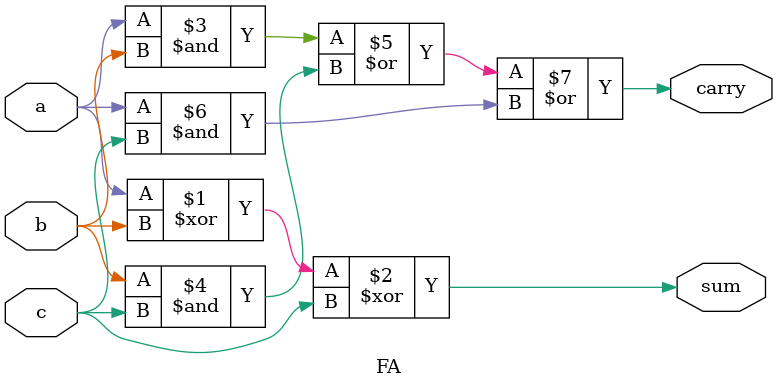
<source format=v>
module FA(a,b,c,sum,carry);
  input a,b,c;
  output sum,carry;
  assign sum=a^b^c;
  assign carry=(a&b)|(b&c)|(a&c);
endmodule

</source>
